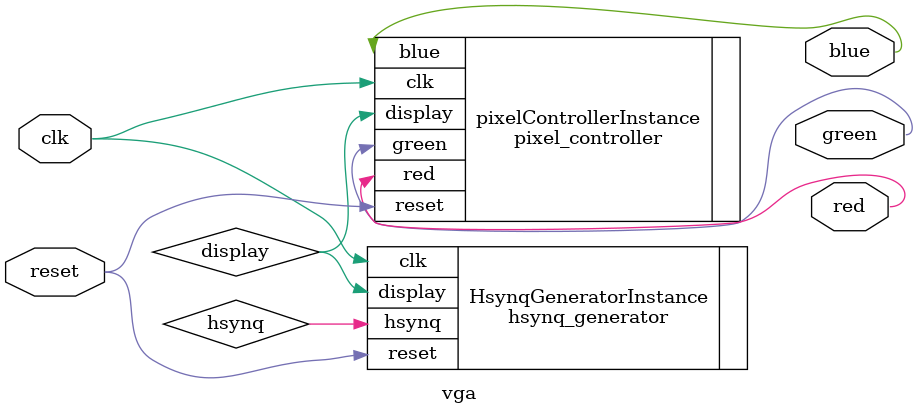
<source format=v>
`timescale 1ns / 1ps
module vga(clk,reset,red,green,blue);
input clk,reset;
output red,green,blue;


wire display;
wire red,green,blue;

hsynq_generator HsynqGeneratorInstance (
		.clk(clk), 
		.reset(reset), 
		.hsynq(hsynq),
		.display(display)
);

pixel_controller pixelControllerInstance(
		.clk(clk),
		.reset(reset),
		.display(display),
		.red(red),
		.green(green),
		.blue(blue)
);


endmodule

</source>
